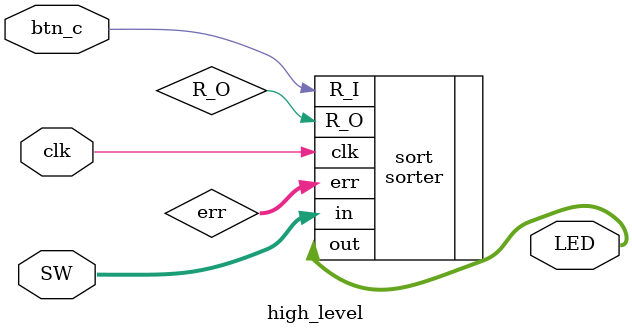
<source format=v>
`timescale 1ns / 1ps
module high_level(
    input [15:0] SW,
    input clk,
    input btn_c,
    output [15:0] LED
    );
wire R_O;
wire [1:0] err;
sorter sort(
    .in(SW),
    .clk(clk),
    .R_I(btn_c),
    .out(LED),
    .R_O(R_O),
    .err(err)
);
endmodule

</source>
